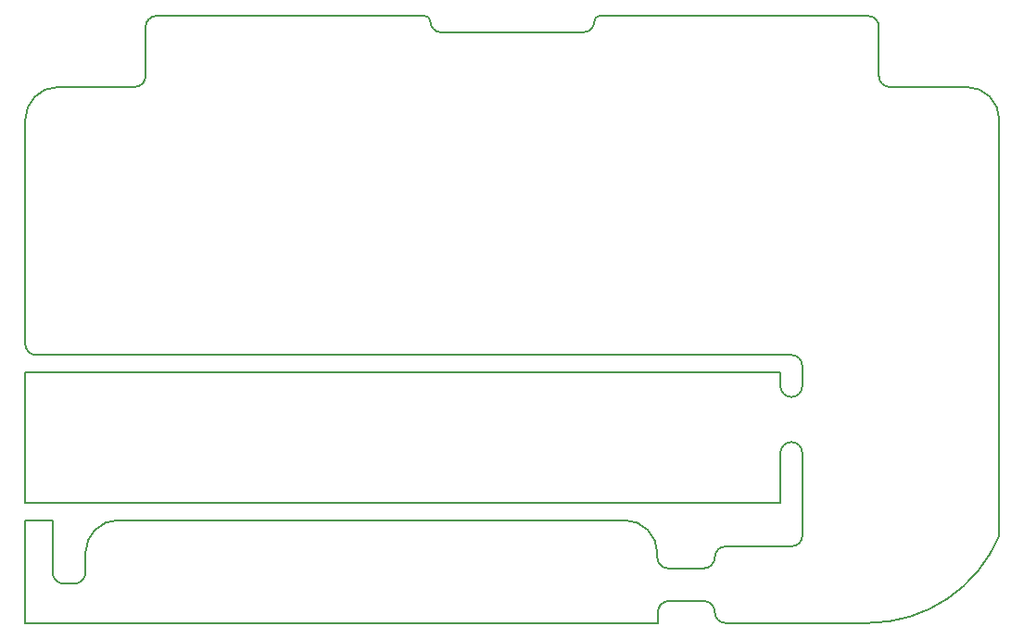
<source format=gm1>
G04 #@! TF.GenerationSoftware,KiCad,Pcbnew,9.0.1-rc2*
G04 #@! TF.CreationDate,2025-04-25T20:52:25-07:00*
G04 #@! TF.ProjectId,mintypcb,6d696e74-7970-4636-922e-6b696361645f,2*
G04 #@! TF.SameCoordinates,Original*
G04 #@! TF.FileFunction,Profile,NP*
%FSLAX46Y46*%
G04 Gerber Fmt 4.6, Leading zero omitted, Abs format (unit mm)*
G04 Created by KiCad (PCBNEW 9.0.1-rc2) date 2025-04-25 20:52:25*
%MOMM*%
%LPD*%
G01*
G04 APERTURE LIST*
G04 #@! TA.AperFunction,Profile*
%ADD10C,0.150000*%
G04 #@! TD*
G04 #@! TA.AperFunction,Profile*
%ADD11C,0.127000*%
G04 #@! TD*
G04 APERTURE END LIST*
D10*
X49000000Y-106000000D02*
X106800000Y-106000000D01*
X60000000Y-56000000D02*
G75*
G02*
X59000000Y-57000000I-1000000J0D01*
G01*
X128000000Y-57000000D02*
X135000000Y-57000001D01*
X85500000Y-50500000D02*
G75*
G02*
X86000000Y-51000000I0J-500000D01*
G01*
X60000000Y-56000000D02*
X60000000Y-51500000D01*
X54500000Y-101400000D02*
G75*
G02*
X53500000Y-102400000I-1000000J0D01*
G01*
X101000000Y-51000000D02*
G75*
G02*
X101500000Y-50500000I500000J0D01*
G01*
X49000000Y-96600000D02*
X49000000Y-106000000D01*
X107750002Y-101000001D02*
G75*
G02*
X106749999Y-100000000I-2J1000001D01*
G01*
X128000000Y-57000000D02*
G75*
G02*
X127000000Y-56000000I0J1000000D01*
G01*
X138000000Y-98000000D02*
X138000000Y-60000000D01*
X106750000Y-99600000D02*
X106750000Y-100000000D01*
X50000000Y-81500000D02*
X118999998Y-81500000D01*
X87000000Y-52000000D02*
G75*
G02*
X86000000Y-51000000I0J1000000D01*
G01*
X53500000Y-102400000D02*
X52500000Y-102400000D01*
X52500000Y-102400000D02*
G75*
G02*
X51500000Y-101400000I0J1000000D01*
G01*
X112000000Y-100000002D02*
G75*
G02*
X113000001Y-99000000I1000000J2D01*
G01*
X106800000Y-106000000D02*
X106800001Y-105000002D01*
X50000000Y-81500000D02*
G75*
G02*
X49000000Y-80500000I0J1000000D01*
G01*
X107750000Y-101000001D02*
X110999999Y-101000004D01*
X60000000Y-51500000D02*
G75*
G02*
X61000000Y-50500000I1000000J0D01*
G01*
X110999998Y-103999999D02*
G75*
G02*
X112000001Y-105000000I2J-1000001D01*
G01*
X49000000Y-60000000D02*
G75*
G02*
X52000000Y-57000000I3000000J0D01*
G01*
X127000000Y-56000000D02*
X127000000Y-51500000D01*
X87000000Y-52000000D02*
X100000000Y-52000000D01*
X51500000Y-101400000D02*
X51500000Y-96600000D01*
X49000000Y-96600000D02*
X51500000Y-96600000D01*
X120000001Y-84349998D02*
X120000000Y-82500001D01*
X49000000Y-60000000D02*
X48999999Y-80500000D01*
X49000000Y-83100000D02*
X118000000Y-83100000D01*
X101000000Y-51000000D02*
G75*
G02*
X100000000Y-52000000I-1000000J0D01*
G01*
X85500000Y-50500000D02*
X61000000Y-50500000D01*
X120000000Y-98000000D02*
G75*
G02*
X118999999Y-99000000I-1000000J0D01*
G01*
X101500000Y-50500000D02*
X126000000Y-50500000D01*
X118000000Y-90450002D02*
X118000000Y-95000000D01*
X54500000Y-99600000D02*
X54500000Y-101400000D01*
X106800000Y-105000002D02*
G75*
G02*
X107800001Y-104000000I1000000J2D01*
G01*
X118999998Y-81500000D02*
G75*
G02*
X120000000Y-82500001I2J-1000000D01*
G01*
X117999999Y-84350000D02*
X118000000Y-83100000D01*
X125999999Y-106000000D02*
X113000000Y-106000000D01*
X138000000Y-98000000D02*
G75*
G02*
X125999999Y-106000000I-12000000J5000000D01*
G01*
X113000000Y-106000000D02*
G75*
G02*
X112000000Y-105000000I0J1000000D01*
G01*
X119000000Y-99000000D02*
X113000001Y-99000000D01*
X49000000Y-95000000D02*
X49000000Y-83100000D01*
X126000000Y-50500000D02*
G75*
G02*
X127000000Y-51500000I0J-1000000D01*
G01*
X112000000Y-100000002D02*
G75*
G02*
X110999999Y-101000000I-1000000J2D01*
G01*
X59000000Y-56999999D02*
X52000000Y-57000000D01*
X117999999Y-90450002D02*
G75*
G02*
X119000000Y-89449999I1000001J2D01*
G01*
X107800001Y-104000000D02*
X110999998Y-103999999D01*
X135000000Y-57000000D02*
G75*
G02*
X138000000Y-60000000I0J-3000000D01*
G01*
X118999999Y-89450002D02*
G75*
G02*
X119999998Y-90450003I1J-999998D01*
G01*
X119000001Y-85349998D02*
G75*
G02*
X118000002Y-84349998I-1J999998D01*
G01*
X120000001Y-84349998D02*
G75*
G02*
X119000000Y-85350001I-1000001J-2D01*
G01*
X49000000Y-95000000D02*
X118000000Y-95000000D01*
X120000002Y-90450000D02*
X120000000Y-98000000D01*
D11*
X103750000Y-96600000D02*
X57500000Y-96600000D01*
X54500000Y-99600000D02*
G75*
G02*
X57500000Y-96600000I3000001J-1D01*
G01*
X103750000Y-96600000D02*
G75*
G02*
X106750000Y-99600000I0J-3000000D01*
G01*
M02*

</source>
